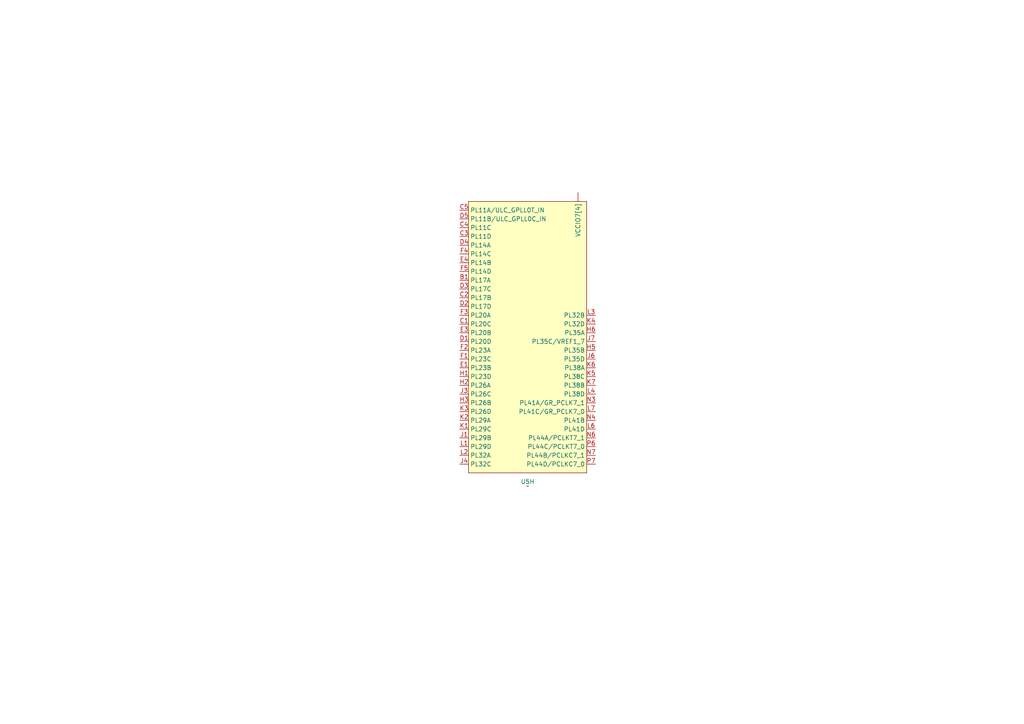
<source format=kicad_sch>
(kicad_sch (version 20231120) (generator "eeschema") (generator_version "8.0")
  (paper "A4")
  (title_block (title "${Project Designation}") (date "2024-06-30") (rev "${Revision}") (comment 1 "${Project Title}") (comment 2 "FPGA BANK 7") (comment 3 "${Part Number}"))
  (symbol (lib_id "ECAP5-BSOM:LFE5U-85F-*BG756*") (at 137.16 60.96 0) (unit 8)
    (property "Reference" "U5" (at 153.035 139.7 0))
    (property "Value" "~" (at 153.035 140.97 0))
    (property "Datasheet" "https://www.latticesemi.com/view_document?document_id=50461" (effects (hide yes)))
  )
)
</source>
